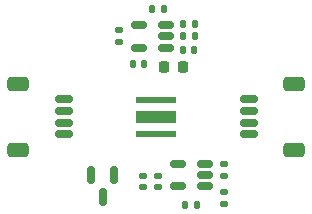
<source format=gtp>
%TF.GenerationSoftware,KiCad,Pcbnew,7.0.8-7.0.8~ubuntu22.04.1*%
%TF.CreationDate,2023-12-07T10:55:27-08:00*%
%TF.ProjectId,275nm_SU_CULBN2,3237356e-6d5f-4535-955f-43554c424e32,rev?*%
%TF.SameCoordinates,Original*%
%TF.FileFunction,Paste,Top*%
%TF.FilePolarity,Positive*%
%FSLAX46Y46*%
G04 Gerber Fmt 4.6, Leading zero omitted, Abs format (unit mm)*
G04 Created by KiCad (PCBNEW 7.0.8-7.0.8~ubuntu22.04.1) date 2023-12-07 10:55:27*
%MOMM*%
%LPD*%
G01*
G04 APERTURE LIST*
G04 Aperture macros list*
%AMRoundRect*
0 Rectangle with rounded corners*
0 $1 Rounding radius*
0 $2 $3 $4 $5 $6 $7 $8 $9 X,Y pos of 4 corners*
0 Add a 4 corners polygon primitive as box body*
4,1,4,$2,$3,$4,$5,$6,$7,$8,$9,$2,$3,0*
0 Add four circle primitives for the rounded corners*
1,1,$1+$1,$2,$3*
1,1,$1+$1,$4,$5*
1,1,$1+$1,$6,$7*
1,1,$1+$1,$8,$9*
0 Add four rect primitives between the rounded corners*
20,1,$1+$1,$2,$3,$4,$5,0*
20,1,$1+$1,$4,$5,$6,$7,0*
20,1,$1+$1,$6,$7,$8,$9,0*
20,1,$1+$1,$8,$9,$2,$3,0*%
G04 Aperture macros list end*
%ADD10R,3.400000X0.550000*%
%ADD11R,3.400000X1.000000*%
%ADD12RoundRect,0.150000X-0.625000X0.150000X-0.625000X-0.150000X0.625000X-0.150000X0.625000X0.150000X0*%
%ADD13RoundRect,0.250000X-0.650000X0.350000X-0.650000X-0.350000X0.650000X-0.350000X0.650000X0.350000X0*%
%ADD14RoundRect,0.150000X0.625000X-0.150000X0.625000X0.150000X-0.625000X0.150000X-0.625000X-0.150000X0*%
%ADD15RoundRect,0.250000X0.650000X-0.350000X0.650000X0.350000X-0.650000X0.350000X-0.650000X-0.350000X0*%
%ADD16RoundRect,0.135000X-0.185000X0.135000X-0.185000X-0.135000X0.185000X-0.135000X0.185000X0.135000X0*%
%ADD17RoundRect,0.135000X0.135000X0.185000X-0.135000X0.185000X-0.135000X-0.185000X0.135000X-0.185000X0*%
%ADD18RoundRect,0.135000X0.185000X-0.135000X0.185000X0.135000X-0.185000X0.135000X-0.185000X-0.135000X0*%
%ADD19RoundRect,0.150000X0.512500X0.150000X-0.512500X0.150000X-0.512500X-0.150000X0.512500X-0.150000X0*%
%ADD20RoundRect,0.140000X0.170000X-0.140000X0.170000X0.140000X-0.170000X0.140000X-0.170000X-0.140000X0*%
%ADD21RoundRect,0.218750X-0.218750X-0.256250X0.218750X-0.256250X0.218750X0.256250X-0.218750X0.256250X0*%
%ADD22RoundRect,0.135000X-0.135000X-0.185000X0.135000X-0.185000X0.135000X0.185000X-0.135000X0.185000X0*%
%ADD23RoundRect,0.140000X0.140000X0.170000X-0.140000X0.170000X-0.140000X-0.170000X0.140000X-0.170000X0*%
%ADD24RoundRect,0.140000X-0.140000X-0.170000X0.140000X-0.170000X0.140000X0.170000X-0.140000X0.170000X0*%
%ADD25RoundRect,0.150000X-0.150000X0.587500X-0.150000X-0.587500X0.150000X-0.587500X0.150000X0.587500X0*%
%ADD26RoundRect,0.147500X0.147500X0.172500X-0.147500X0.172500X-0.147500X-0.172500X0.147500X-0.172500X0*%
G04 APERTURE END LIST*
D10*
%TO.C,D1*%
X62700000Y-58575000D03*
X62700000Y-61425000D03*
D11*
X62700000Y-60000000D03*
%TD*%
D12*
%TO.C,J1*%
X54880000Y-58500000D03*
X54880000Y-59500000D03*
X54880000Y-60500000D03*
X54880000Y-61500000D03*
D13*
X51005000Y-57200000D03*
X51005000Y-62800000D03*
%TD*%
D14*
%TO.C,J2*%
X70520000Y-61500000D03*
X70520000Y-60500000D03*
X70520000Y-59500000D03*
X70520000Y-58500000D03*
D15*
X74395000Y-62800000D03*
X74395000Y-57200000D03*
%TD*%
D16*
%TO.C,R1*%
X68427600Y-63982600D03*
X68427600Y-65002600D03*
%TD*%
D17*
%TO.C,R6*%
X63349600Y-50876200D03*
X62329600Y-50876200D03*
%TD*%
D18*
%TO.C,R4*%
X59563000Y-53674200D03*
X59563000Y-52654200D03*
%TD*%
D19*
%TO.C,U2*%
X66795200Y-65881000D03*
X66795200Y-64931000D03*
X66795200Y-63981000D03*
X64520200Y-63981000D03*
X64520200Y-65881000D03*
%TD*%
D20*
%TO.C,C3*%
X62845200Y-65936000D03*
X62845200Y-64976000D03*
%TD*%
D18*
%TO.C,R3*%
X68427600Y-67360800D03*
X68427600Y-66340800D03*
%TD*%
D21*
%TO.C,L1*%
X63372900Y-55753000D03*
X64947900Y-55753000D03*
%TD*%
D22*
%TO.C,R2*%
X65150200Y-67481000D03*
X66170200Y-67481000D03*
%TD*%
D23*
%TO.C,C1*%
X61671200Y-55499000D03*
X60711200Y-55499000D03*
%TD*%
D20*
%TO.C,C4*%
X61620200Y-65941000D03*
X61620200Y-64981000D03*
%TD*%
D24*
%TO.C,C2*%
X65003800Y-53187600D03*
X65963800Y-53187600D03*
%TD*%
D25*
%TO.C,Q1*%
X59105800Y-64897000D03*
X57205800Y-64897000D03*
X58155800Y-66772000D03*
%TD*%
D26*
%TO.C,D2*%
X65939200Y-54305200D03*
X64969200Y-54305200D03*
%TD*%
D17*
%TO.C,R5*%
X65963800Y-52120800D03*
X64943800Y-52120800D03*
%TD*%
D19*
%TO.C,U1*%
X63494000Y-54147800D03*
X63494000Y-53197800D03*
X63494000Y-52247800D03*
X61219000Y-52247800D03*
X61219000Y-54147800D03*
%TD*%
M02*

</source>
